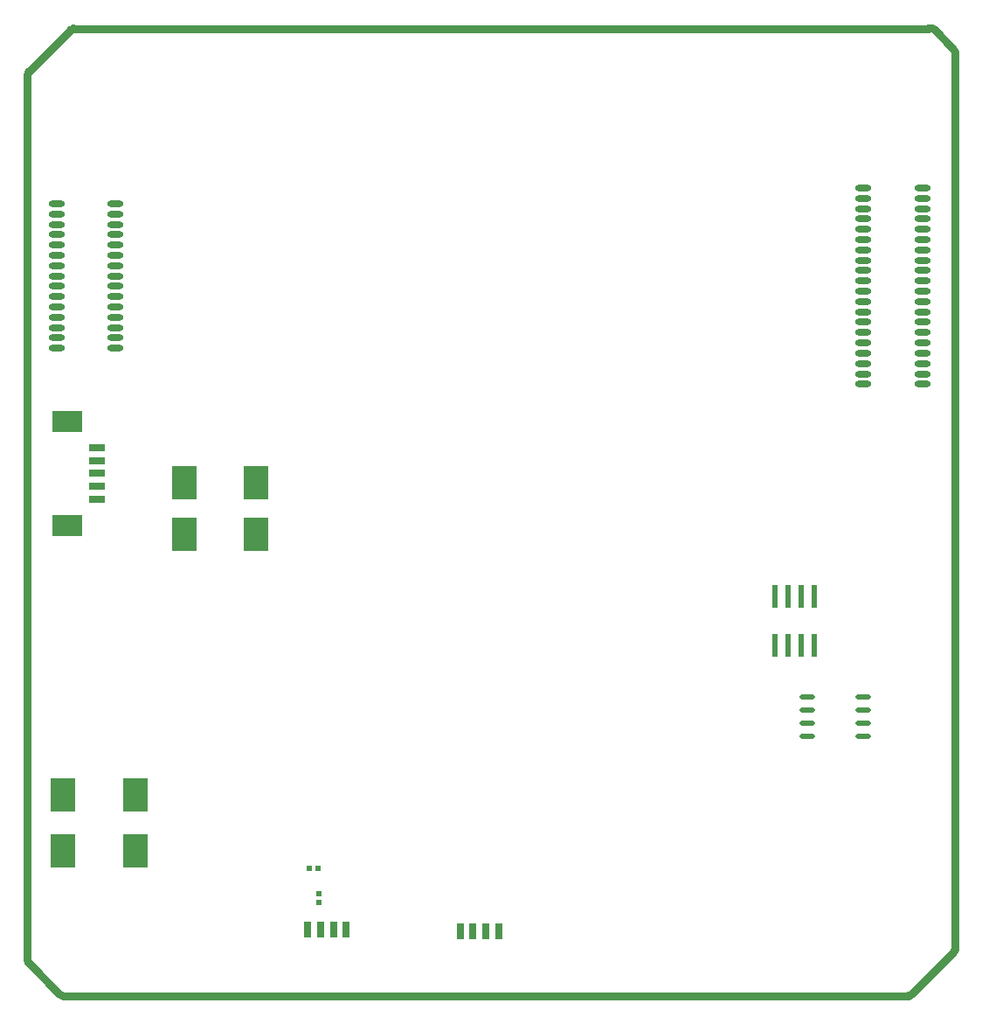
<source format=gtp>
G04 Layer_Color=8421504*
%FSLAX43Y43*%
%MOMM*%
G71*
G01*
G75*
%ADD10R,3.000X2.100*%
%ADD11R,1.600X0.800*%
%ADD12O,1.600X0.600*%
%ADD13O,1.500X0.550*%
%ADD14R,2.400X3.300*%
%ADD15R,0.559X2.184*%
%ADD16R,0.559X0.610*%
%ADD17R,0.610X0.559*%
%ADD18R,0.800X1.600*%
%ADD23C,0.762*%
%ADD24C,0.762*%
D10*
X4142Y46305D02*
D03*
Y56405D02*
D03*
D11*
X7042Y48855D02*
D03*
Y50105D02*
D03*
Y51355D02*
D03*
Y52605D02*
D03*
Y53855D02*
D03*
D12*
X3124Y63470D02*
D03*
Y64470D02*
D03*
Y65470D02*
D03*
Y66470D02*
D03*
Y67470D02*
D03*
Y68470D02*
D03*
Y69470D02*
D03*
Y70470D02*
D03*
Y71470D02*
D03*
Y72470D02*
D03*
Y73470D02*
D03*
Y74470D02*
D03*
Y75470D02*
D03*
Y76470D02*
D03*
Y77470D02*
D03*
X8824D02*
D03*
Y76470D02*
D03*
Y75470D02*
D03*
Y74470D02*
D03*
Y73470D02*
D03*
Y72470D02*
D03*
Y71470D02*
D03*
Y70470D02*
D03*
Y69470D02*
D03*
Y68470D02*
D03*
Y67470D02*
D03*
Y66470D02*
D03*
Y65470D02*
D03*
Y64470D02*
D03*
Y63470D02*
D03*
X81331Y59994D02*
D03*
Y60994D02*
D03*
Y61994D02*
D03*
Y62994D02*
D03*
Y63994D02*
D03*
Y64994D02*
D03*
Y65994D02*
D03*
Y66994D02*
D03*
Y67994D02*
D03*
Y68994D02*
D03*
Y69994D02*
D03*
Y70994D02*
D03*
Y71994D02*
D03*
Y72994D02*
D03*
Y73994D02*
D03*
Y74994D02*
D03*
Y75994D02*
D03*
Y76994D02*
D03*
Y77994D02*
D03*
Y78994D02*
D03*
X87031D02*
D03*
Y77994D02*
D03*
Y76994D02*
D03*
Y75994D02*
D03*
Y74994D02*
D03*
Y73994D02*
D03*
Y72994D02*
D03*
Y71994D02*
D03*
Y70994D02*
D03*
Y69994D02*
D03*
Y68994D02*
D03*
Y67994D02*
D03*
Y66994D02*
D03*
Y65994D02*
D03*
Y64994D02*
D03*
Y63994D02*
D03*
Y62994D02*
D03*
Y61994D02*
D03*
Y60994D02*
D03*
Y59994D02*
D03*
D13*
X75921Y29743D02*
D03*
Y28473D02*
D03*
Y27203D02*
D03*
Y25933D02*
D03*
X81321Y29743D02*
D03*
Y28473D02*
D03*
Y27203D02*
D03*
Y25933D02*
D03*
D14*
X10739Y14834D02*
D03*
X3789D02*
D03*
X10739Y20193D02*
D03*
X3789D02*
D03*
X15524Y45441D02*
D03*
X22474D02*
D03*
X15524Y50444D02*
D03*
X22474D02*
D03*
D15*
X72720Y34747D02*
D03*
X73990D02*
D03*
X75260D02*
D03*
X76530D02*
D03*
Y39472D02*
D03*
X75260D02*
D03*
X73990D02*
D03*
X72720D02*
D03*
D16*
X27622Y13106D02*
D03*
X28461D02*
D03*
D17*
X28575Y9792D02*
D03*
Y10630D02*
D03*
D18*
X27472Y7229D02*
D03*
X28722D02*
D03*
X29972D02*
D03*
X31222D02*
D03*
X42240Y7036D02*
D03*
X43490D02*
D03*
X44740D02*
D03*
X45990D02*
D03*
D23*
X3439Y925D02*
G03*
X3439Y924I270J269D01*
G01*
X3464Y899D02*
G03*
X3734Y787I270J269D01*
G01*
X305Y4216D02*
G03*
X417Y3947I381J0D01*
G01*
X305Y4216D02*
G03*
X416Y3947I381J0D01*
G01*
X3464Y899D02*
G03*
X3734Y787I269J269D01*
G01*
X416Y90236D02*
G03*
X305Y89967I269J-269D01*
G01*
X417Y90237D02*
G03*
X305Y89967I269J-270D01*
G01*
X4775Y94437D02*
G03*
X4505Y94325I0J-381D01*
G01*
X4775Y94437D02*
G03*
X4506Y94326I0J-381D01*
G01*
X85700Y787D02*
G03*
X85969Y899I0J381D01*
G01*
X85700Y787D02*
G03*
X85969Y899I0J381D01*
G01*
X90058Y4988D02*
G03*
X90170Y5258I-269J270D01*
G01*
X90058Y4988D02*
G03*
X90170Y5258I-269J269D01*
G01*
X88153Y94376D02*
G03*
X87694Y94437I-269J-269D01*
G01*
X88154Y94376D02*
G03*
X87694Y94437I-270J-269D01*
G01*
X90170Y92202D02*
G03*
X90058Y92471I-381J0D01*
G01*
X90170Y92202D02*
G03*
X90058Y92472I-381J0D01*
G01*
X3464Y899D02*
X3464Y899D01*
X3439Y924D02*
X3464Y899D01*
X3439Y924D02*
X3439Y924D01*
X3439Y925D02*
X3439Y924D01*
X417Y3947D02*
X3439Y925D01*
X416Y3947D02*
X417Y3947D01*
X3734Y787D02*
X84506D01*
X305Y4216D02*
Y89967D01*
X416Y90236D02*
X417Y90237D01*
X4505Y94325D01*
X4506Y94326D01*
X4775Y94437D02*
X4801D01*
X87694D01*
X84506Y787D02*
X85700D01*
X85969Y899D02*
X85969Y899D01*
X90058Y4988D01*
X90058Y4988D01*
X90170Y5258D02*
Y91821D01*
Y92202D01*
X90058Y92472D02*
X90058Y92471D01*
X88154Y94376D02*
X90058Y92472D01*
X88153Y94376D02*
X88154Y94376D01*
D24*
X3439Y924D02*
D03*
M02*

</source>
